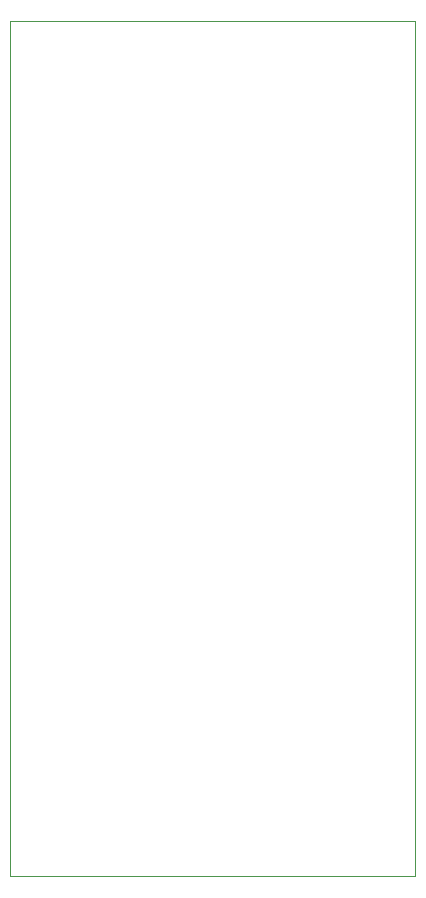
<source format=gm1>
%TF.GenerationSoftware,KiCad,Pcbnew,7.0.11*%
%TF.CreationDate,2024-05-22T14:54:01+02:00*%
%TF.ProjectId,Untitled,556e7469-746c-4656-942e-6b696361645f,1.0*%
%TF.SameCoordinates,Original*%
%TF.FileFunction,Profile,NP*%
%FSLAX46Y46*%
G04 Gerber Fmt 4.6, Leading zero omitted, Abs format (unit mm)*
G04 Created by KiCad (PCBNEW 7.0.11) date 2024-05-22 14:54:01*
%MOMM*%
%LPD*%
G01*
G04 APERTURE LIST*
%TA.AperFunction,Profile*%
%ADD10C,0.050000*%
%TD*%
G04 APERTURE END LIST*
D10*
X104140000Y-114300000D02*
X104140000Y-41910000D01*
X69850000Y-41910000D02*
X69850000Y-114300000D01*
X69850000Y-114300000D02*
X104140000Y-114300000D01*
X104140000Y-41910000D02*
X69850000Y-41910000D01*
M02*

</source>
